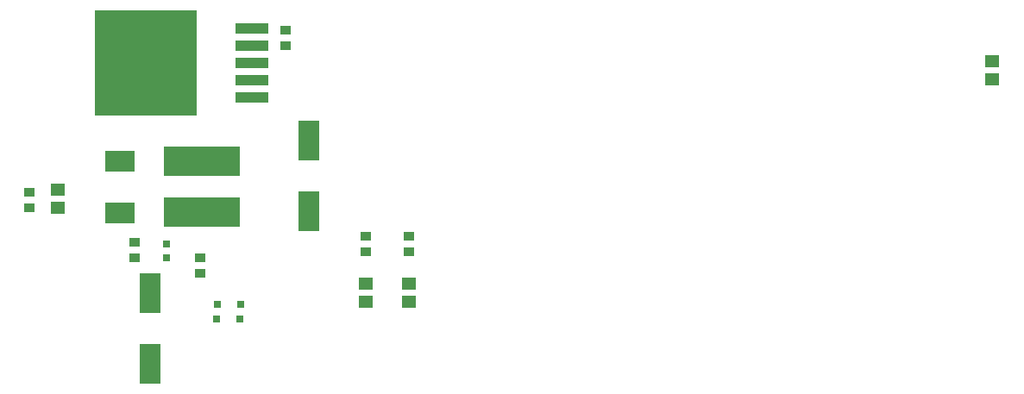
<source format=gtp>
G04*
G04 #@! TF.GenerationSoftware,Altium Limited,Altium Designer,21.0.8 (223)*
G04*
G04 Layer_Color=8421504*
%FSLAX24Y24*%
%MOIN*%
G70*
G04*
G04 #@! TF.SameCoordinates,5611F575-40E7-4C37-80B7-B37D46D1236C*
G04*
G04*
G04 #@! TF.FilePolarity,Positive*
G04*
G01*
G75*
%ADD24R,0.1260X0.0413*%
%ADD25R,0.3937X0.4114*%
%ADD26R,0.0579X0.0457*%
%ADD27R,0.0300X0.0300*%
%ADD28R,0.0386X0.0366*%
%ADD29R,0.0787X0.1575*%
%ADD30R,0.2953X0.1181*%
%ADD31R,0.1181X0.0787*%
D24*
X10000Y11961D02*
D03*
Y12631D02*
D03*
Y13300D02*
D03*
Y13969D02*
D03*
Y14639D02*
D03*
D25*
X5900Y13300D02*
D03*
D26*
X38600Y13350D02*
D03*
Y12650D02*
D03*
X2500Y8400D02*
D03*
Y7700D02*
D03*
X14400Y4750D02*
D03*
Y4050D02*
D03*
X16050Y4750D02*
D03*
Y4050D02*
D03*
D27*
X9540Y3400D02*
D03*
X9550Y3950D02*
D03*
X8640Y3400D02*
D03*
X8650Y3950D02*
D03*
X6690Y5750D02*
D03*
X6700Y6300D02*
D03*
D28*
X8000Y5750D02*
D03*
Y5144D02*
D03*
X5450Y6353D02*
D03*
Y5747D02*
D03*
X1400Y8303D02*
D03*
Y7697D02*
D03*
X16050Y5997D02*
D03*
Y6603D02*
D03*
X14400Y5998D02*
D03*
Y6604D02*
D03*
X11300Y14553D02*
D03*
Y13947D02*
D03*
D29*
X6050Y4400D02*
D03*
Y1644D02*
D03*
X12200Y10300D02*
D03*
Y7544D02*
D03*
D30*
X8050Y9484D02*
D03*
Y7516D02*
D03*
D31*
X4900Y7500D02*
D03*
Y9500D02*
D03*
M02*

</source>
